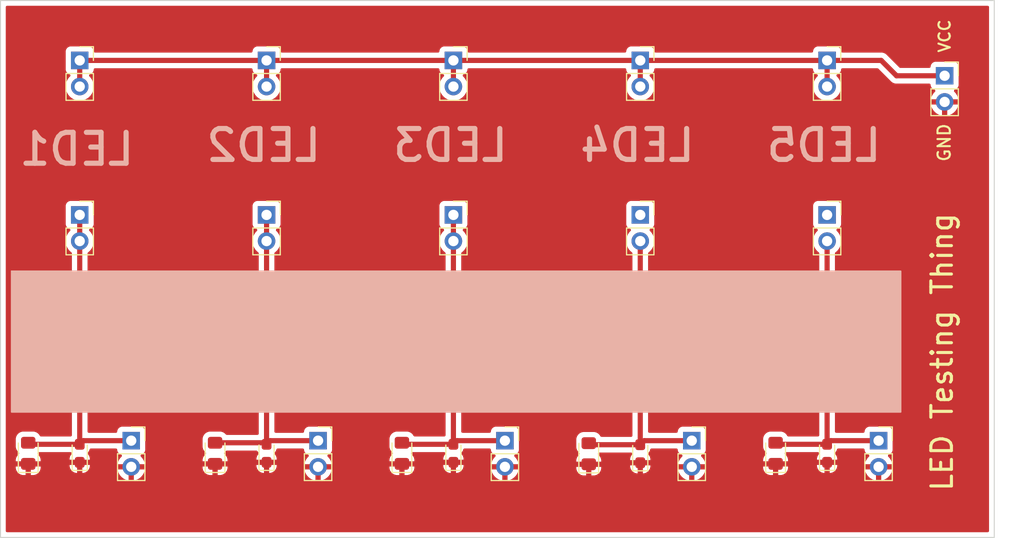
<source format=kicad_pcb>
(kicad_pcb (version 20211014) (generator pcbnew)
  (layers (0 "F.Cu" signal) (31 "B.Cu" signal) (34 "B.Paste" user) (35 "F.Paste" user) (36 "B.SilkS" user "B.Silkscreen") (37 "F.SilkS" user "F.Silkscreen") (38 "B.Mask" user) (39 "F.Mask" user) (44 "Edge.Cuts" user))
  (net 0 "")
  (net 1 "GND")
  (net 2 "/LED1")
  (net 3 "/LED2")
  (net 4 "/LED3")
  (net 5 "/LED4")
  (net 6 "/LED5")
  (net 7 "VCC")
  (footprint "LED_SMD:LED_0805_2012Metric_Pad1.15x1.40mm_HandSolder" (layer "F.Cu") (at 111.01 100.135 90)
    (fp_text reference "D1" hide)
    (fp_text value "LED")
    (fp_line (start -1.86 -0.96) (end -1.86 0.96) (layer "F.SilkS") (width 0.12))
    (fp_line (start 1 -0.96) (end -1.86 -0.96) (layer "F.SilkS") (width 0.12))
    (fp_line (start -1.86 0.96) (end 1 0.96) (layer "F.SilkS") (width 0.12))
    (pad "1" smd roundrect (at -1.025 0 90) (size 1.15 1.4) (layers "F.Cu" "F.Paste" "F.Mask") (roundrect_rratio 0.2173913043) (net 1 "GND"))
    (pad "2" smd roundrect (at 1.025 0 90) (size 1.15 1.4) (layers "F.Cu" "F.Paste" "F.Mask") (roundrect_rratio 0.2173913043) (net 2 "/LED1"))
  )
  (footprint "Connector_PinSocket_2.54mm:PinSocket_1x02_P2.54mm_Vertical" (layer "F.Cu") (at 170.43 76.99)
    (fp_text reference "J8" hide)
    (fp_text value "Conn_01x02_Female")
    (fp_line (start -1.33 1.27) (end 1.33 1.27) (layer "F.SilkS") (width 0.12))
    (fp_line (start -1.33 3.87) (end 1.33 3.87) (layer "F.SilkS") (width 0.12))
    (fp_line (start -1.33 1.27) (end -1.33 3.87) (layer "F.SilkS") (width 0.12))
    (fp_line (start 0 -1.33) (end 1.33 -1.33) (layer "F.SilkS") (width 0.12))
    (fp_line (start 1.33 1.27) (end 1.33 3.87) (layer "F.SilkS") (width 0.12))
    (fp_line (start 1.33 -1.33) (end 1.33 0) (layer "F.SilkS") (width 0.12))
    (pad "1" thru_hole rect (at 0 0) (size 1.7 1.7) (drill 1) (layers *.Cu *.Mask) (net 5 "/LED4"))
    (pad "2" thru_hole oval (at 0 2.54) (size 1.7 1.7) (drill 1) (layers *.Cu *.Mask) (net 5 "/LED4"))
  )
  (footprint "LED_SMD:LED_0805_2012Metric_Pad1.15x1.40mm_HandSolder" (layer "F.Cu") (at 147.29 100.135 90)
    (fp_text reference "D5" hide)
    (fp_text value "LED")
    (fp_line (start -1.86 0.96) (end 1 0.96) (layer "F.SilkS") (width 0.12))
    (fp_line (start -1.86 -0.96) (end -1.86 0.96) (layer "F.SilkS") (width 0.12))
    (fp_line (start 1 -0.96) (end -1.86 -0.96) (layer "F.SilkS") (width 0.12))
    (pad "1" smd roundrect (at -1.025 0 90) (size 1.15 1.4) (layers "F.Cu" "F.Paste" "F.Mask") (roundrect_rratio 0.2173913043) (net 1 "GND"))
    (pad "2" smd roundrect (at 1.025 0 90) (size 1.15 1.4) (layers "F.Cu" "F.Paste" "F.Mask") (roundrect_rratio 0.2173913043) (net 4 "/LED3"))
  )
  (footprint "LED_SMD:LED_0603_1608Metric_Pad1.05x0.95mm_HandSolder" (layer "F.Cu") (at 134.15 100.135 90)
    (fp_text reference "D4" hide)
    (fp_text value "LED")
    (fp_line (start -1.66 0.735) (end 0.8 0.735) (layer "F.SilkS") (width 0.12))
    (fp_line (start -1.66 -0.735) (end -1.66 0.735) (layer "F.SilkS") (width 0.12))
    (fp_line (start 0.8 -0.735) (end -1.66 -0.735) (layer "F.SilkS") (width 0.12))
    (pad "1" smd roundrect (at -0.875 0 90) (size 1.05 0.95) (layers "F.Cu" "F.Paste" "F.Mask") (net 1 "GND"))
    (pad "2" smd roundrect (at 0.875 0 90) (size 1.05 0.95) (layers "F.Cu" "F.Paste" "F.Mask") (net 3 "/LED2"))
  )
  (footprint "Connector_PinSocket_2.54mm:PinSocket_1x02_P2.54mm_Vertical" (layer "F.Cu") (at 139.15 98.9075)
    (fp_text reference "J12" hide)
    (fp_text value "Conn_01x02_Female")
    (fp_line (start -1.33 1.27) (end -1.33 3.87) (layer "F.SilkS") (width 0.12))
    (fp_line (start 1.33 1.27) (end 1.33 3.87) (layer "F.SilkS") (width 0.12))
    (fp_line (start 1.33 -1.33) (end 1.33 0) (layer "F.SilkS") (width 0.12))
    (fp_line (start -1.33 1.27) (end 1.33 1.27) (layer "F.SilkS") (width 0.12))
    (fp_line (start -1.33 3.87) (end 1.33 3.87) (layer "F.SilkS") (width 0.12))
    (fp_line (start 0 -1.33) (end 1.33 -1.33) (layer "F.SilkS") (width 0.12))
    (pad "1" thru_hole rect (at 0 0) (size 1.7 1.7) (drill 1) (layers *.Cu *.Mask) (net 3 "/LED2"))
    (pad "2" thru_hole oval (at 0 2.54) (size 1.7 1.7) (drill 1) (layers *.Cu *.Mask) (net 1 "GND"))
  )
  (footprint "Connector_PinSocket_2.54mm:PinSocket_1x02_P2.54mm_Vertical" (layer "F.Cu") (at 152.29 76.99)
    (fp_text reference "J6" hide)
    (fp_text value "Conn_01x02_Female")
    (fp_line (start -1.33 3.87) (end 1.33 3.87) (layer "F.SilkS") (width 0.12))
    (fp_line (start 1.33 1.27) (end 1.33 3.87) (layer "F.SilkS") (width 0.12))
    (fp_line (start -1.33 1.27) (end 1.33 1.27) (layer "F.SilkS") (width 0.12))
    (fp_line (start 1.33 -1.33) (end 1.33 0) (layer "F.SilkS") (width 0.12))
    (fp_line (start -1.33 1.27) (end -1.33 3.87) (layer "F.SilkS") (width 0.12))
    (fp_line (start 0 -1.33) (end 1.33 -1.33) (layer "F.SilkS") (width 0.12))
    (pad "1" thru_hole rect (at 0 0) (size 1.7 1.7) (drill 1) (layers *.Cu *.Mask) (net 4 "/LED3"))
    (pad "2" thru_hole oval (at 0 2.54) (size 1.7 1.7) (drill 1) (layers *.Cu *.Mask) (net 4 "/LED3"))
  )
  (footprint "LED_SMD:LED_0603_1608Metric_Pad1.05x0.95mm_HandSolder" (layer "F.Cu") (at 188.57 100.135 90)
    (fp_text reference "D10" hide)
    (fp_text value "LED")
    (fp_line (start -1.66 0.735) (end 0.8 0.735) (layer "F.SilkS") (width 0.12))
    (fp_line (start -1.66 -0.735) (end -1.66 0.735) (layer "F.SilkS") (width 0.12))
    (fp_line (start 0.8 -0.735) (end -1.66 -0.735) (layer "F.SilkS") (width 0.12))
    (pad "1" smd roundrect (at -0.875 0 90) (size 1.05 0.95) (layers "F.Cu" "F.Paste" "F.Mask") (net 1 "GND"))
    (pad "2" smd roundrect (at 0.875 0 90) (size 1.05 0.95) (layers "F.Cu" "F.Paste" "F.Mask") (net 6 "/LED5"))
  )
  (footprint "LED_SMD:LED_0603_1608Metric_Pad1.05x0.95mm_HandSolder" (layer "F.Cu") (at 170.43 100.175 90)
    (fp_text reference "D8" hide)
    (fp_text value "LED")
    (fp_line (start -1.66 0.735) (end 0.8 0.735) (layer "F.SilkS") (width 0.12))
    (fp_line (start -1.66 -0.735) (end -1.66 0.735) (layer "F.SilkS") (width 0.12))
    (fp_line (start 0.8 -0.735) (end -1.66 -0.735) (layer "F.SilkS") (width 0.12))
    (pad "1" smd roundrect (at -0.875 0 90) (size 1.05 0.95) (layers "F.Cu" "F.Paste" "F.Mask") (net 1 "GND"))
    (pad "2" smd roundrect (at 0.875 0 90) (size 1.05 0.95) (layers "F.Cu" "F.Paste" "F.Mask") (net 5 "/LED4"))
  )
  (footprint "Connector_PinSocket_2.54mm:PinSocket_1x02_P2.54mm_Vertical" (layer "F.Cu") (at 188.57 61.99)
    (fp_text reference "J9" hide)
    (fp_text value "Conn_01x02_Female")
    (fp_line (start 1.33 1.27) (end 1.33 3.87) (layer "F.SilkS") (width 0.12))
    (fp_line (start -1.33 1.27) (end 1.33 1.27) (layer "F.SilkS") (width 0.12))
    (fp_line (start 0 -1.33) (end 1.33 -1.33) (layer "F.SilkS") (width 0.12))
    (fp_line (start -1.33 3.87) (end 1.33 3.87) (layer "F.SilkS") (width 0.12))
    (fp_line (start -1.33 1.27) (end -1.33 3.87) (layer "F.SilkS") (width 0.12))
    (fp_line (start 1.33 -1.33) (end 1.33 0) (layer "F.SilkS") (width 0.12))
    (pad "1" thru_hole rect (at 0 0) (size 1.7 1.7) (drill 1) (layers *.Cu *.Mask) (net 7 "VCC"))
    (pad "2" thru_hole oval (at 0 2.54) (size 1.7 1.7) (drill 1) (layers *.Cu *.Mask) (net 7 "VCC"))
  )
  (footprint "Connector_PinSocket_2.54mm:PinSocket_1x02_P2.54mm_Vertical" (layer "F.Cu") (at 188.57 76.99)
    (fp_text reference "J10" hide)
    (fp_text value "Conn_01x02_Female")
    (fp_line (start -1.33 1.27) (end 1.33 1.27) (layer "F.SilkS") (width 0.12))
    (fp_line (start 1.33 1.27) (end 1.33 3.87) (layer "F.SilkS") (width 0.12))
    (fp_line (start -1.33 3.87) (end 1.33 3.87) (layer "F.SilkS") (width 0.12))
    (fp_line (start -1.33 1.27) (end -1.33 3.87) (layer "F.SilkS") (width 0.12))
    (fp_line (start 1.33 -1.33) (end 1.33 0) (layer "F.SilkS") (width 0.12))
    (fp_line (start 0 -1.33) (end 1.33 -1.33) (layer "F.SilkS") (width 0.12))
    (pad "1" thru_hole rect (at 0 0) (size 1.7 1.7) (drill 1) (layers *.Cu *.Mask) (net 6 "/LED5"))
    (pad "2" thru_hole oval (at 0 2.54) (size 1.7 1.7) (drill 1) (layers *.Cu *.Mask) (net 6 "/LED5"))
  )
  (footprint "LED_SMD:LED_0603_1608Metric_Pad1.05x0.95mm_HandSolder" (layer "F.Cu") (at 152.29 100.135 90)
    (fp_text reference "D6" hide)
    (fp_text value "LED")
    (fp_line (start -1.66 -0.735) (end -1.66 0.735) (layer "F.SilkS") (width 0.12))
    (fp_line (start -1.66 0.735) (end 0.8 0.735) (layer "F.SilkS") (width 0.12))
    (fp_line (start 0.8 -0.735) (end -1.66 -0.735) (layer "F.SilkS") (width 0.12))
    (pad "1" smd roundrect (at -0.875 0 90) (size 1.05 0.95) (layers "F.Cu" "F.Paste" "F.Mask") (net 1 "GND"))
    (pad "2" smd roundrect (at 0.875 0 90) (size 1.05 0.95) (layers "F.Cu" "F.Paste" "F.Mask") (net 4 "/LED3"))
  )
  (footprint "Connector_PinSocket_2.54mm:PinSocket_1x02_P2.54mm_Vertical" (layer "F.Cu") (at 116.01 76.99)
    (fp_text reference "J2" hide)
    (fp_text value "Conn_01x02_Female")
    (fp_line (start 1.33 1.27) (end 1.33 3.87) (layer "F.SilkS") (width 0.12))
    (fp_line (start -1.33 1.27) (end 1.33 1.27) (layer "F.SilkS") (width 0.12))
    (fp_line (start -1.33 3.87) (end 1.33 3.87) (layer "F.SilkS") (width 0.12))
    (fp_line (start 1.33 -1.33) (end 1.33 0) (layer "F.SilkS") (width 0.12))
    (fp_line (start -1.33 1.27) (end -1.33 3.87) (layer "F.SilkS") (width 0.12))
    (fp_line (start 0 -1.33) (end 1.33 -1.33) (layer "F.SilkS") (width 0.12))
    (pad "1" thru_hole rect (at 0 0) (size 1.7 1.7) (drill 1) (layers *.Cu *.Mask) (net 2 "/LED1"))
    (pad "2" thru_hole oval (at 0 2.54) (size 1.7 1.7) (drill 1) (layers *.Cu *.Mask) (net 2 "/LED1"))
  )
  (footprint "Connector_PinSocket_2.54mm:PinSocket_1x02_P2.54mm_Vertical" (layer "F.Cu") (at 175.43 98.9075)
    (fp_text reference "J14" hide)
    (fp_text value "Conn_01x02_Female")
    (fp_line (start -1.33 1.27) (end 1.33 1.27) (layer "F.SilkS") (width 0.12))
    (fp_line (start -1.33 1.27) (end -1.33 3.87) (layer "F.SilkS") (width 0.12))
    (fp_line (start -1.33 3.87) (end 1.33 3.87) (layer "F.SilkS") (width 0.12))
    (fp_line (start 0 -1.33) (end 1.33 -1.33) (layer "F.SilkS") (width 0.12))
    (fp_line (start 1.33 1.27) (end 1.33 3.87) (layer "F.SilkS") (width 0.12))
    (fp_line (start 1.33 -1.33) (end 1.33 0) (layer "F.SilkS") (width 0.12))
    (pad "1" thru_hole rect (at 0 0) (size 1.7 1.7) (drill 1) (layers *.Cu *.Mask) (net 5 "/LED4"))
    (pad "2" thru_hole oval (at 0 2.54) (size 1.7 1.7) (drill 1) (layers *.Cu *.Mask) (net 1 "GND"))
  )
  (footprint "Connector_PinSocket_2.54mm:PinSocket_1x02_P2.54mm_Vertical" (layer "F.Cu") (at 134.15 76.99)
    (fp_text reference "J4" hide)
    (fp_text value "Conn_01x02_Female")
    (fp_line (start -1.33 1.27) (end 1.33 1.27) (layer "F.SilkS") (width 0.12))
    (fp_line (start -1.33 1.27) (end -1.33 3.87) (layer "F.SilkS") (width 0.12))
    (fp_line (start 0 -1.33) (end 1.33 -1.33) (layer "F.SilkS") (width 0.12))
    (fp_line (start -1.33 3.87) (end 1.33 3.87) (layer "F.SilkS") (width 0.12))
    (fp_line (start 1.33 -1.33) (end 1.33 0) (layer "F.SilkS") (width 0.12))
    (fp_line (start 1.33 1.27) (end 1.33 3.87) (layer "F.SilkS") (width 0.12))
    (pad "1" thru_hole rect (at 0 0) (size 1.7 1.7) (drill 1) (layers *.Cu *.Mask) (net 3 "/LED2"))
    (pad "2" thru_hole oval (at 0 2.54) (size 1.7 1.7) (drill 1) (layers *.Cu *.Mask) (net 3 "/LED2"))
  )
  (footprint "LED_SMD:LED_0805_2012Metric_Pad1.15x1.40mm_HandSolder" (layer "F.Cu") (at 183.57 100.135 90)
    (fp_text reference "D9" hide)
    (fp_text value "LED")
    (fp_line (start 1 -0.96) (end -1.86 -0.96) (layer "F.SilkS") (width 0.12))
    (fp_line (start -1.86 0.96) (end 1 0.96) (layer "F.SilkS") (width 0.12))
    (fp_line (start -1.86 -0.96) (end -1.86 0.96) (layer "F.SilkS") (width 0.12))
    (pad "1" smd roundrect (at -1.025 0 90) (size 1.15 1.4) (layers "F.Cu" "F.Paste" "F.Mask") (roundrect_rratio 0.2173913043) (net 1 "GND"))
    (pad "2" smd roundrect (at 1.025 0 90) (size 1.15 1.4) (layers "F.Cu" "F.Paste" "F.Mask") (roundrect_rratio 0.2173913043) (net 6 "/LED5"))
  )
  (footprint "LED_SMD:LED_0805_2012Metric_Pad1.15x1.40mm_HandSolder" (layer "F.Cu") (at 165.43 100.175 90)
    (fp_text reference "D7" hide)
    (fp_text value "LED")
    (fp_line (start -1.86 0.96) (end 1 0.96) (layer "F.SilkS") (width 0.12))
    (fp_line (start -1.86 -0.96) (end -1.86 0.96) (layer "F.SilkS") (width 0.12))
    (fp_line (start 1 -0.96) (end -1.86 -0.96) (layer "F.SilkS") (width 0.12))
    (pad "1" smd roundrect (at -1.025 0 90) (size 1.15 1.4) (layers "F.Cu" "F.Paste" "F.Mask") (roundrect_rratio 0.2173913043) (net 1 "GND"))
    (pad "2" smd roundrect (at 1.025 0 90) (size 1.15 1.4) (layers "F.Cu" "F.Paste" "F.Mask") (roundrect_rratio 0.2173913043) (net 5 "/LED4"))
  )
  (footprint "Connector_PinSocket_2.54mm:PinSocket_1x02_P2.54mm_Vertical" (layer "F.Cu") (at 193.57 98.9075)
    (fp_text reference "J15" hide)
    (fp_text value "Conn_01x02_Female")
    (fp_line (start -1.33 3.87) (end 1.33 3.87) (layer "F.SilkS") (width 0.12))
    (fp_line (start 1.33 -1.33) (end 1.33 0) (layer "F.SilkS") (width 0.12))
    (fp_line (start -1.33 1.27) (end -1.33 3.87) (layer "F.SilkS") (width 0.12))
    (fp_line (start -1.33 1.27) (end 1.33 1.27) (layer "F.SilkS") (width 0.12))
    (fp_line (start 1.33 1.27) (end 1.33 3.87) (layer "F.SilkS") (width 0.12))
    (fp_line (start 0 -1.33) (end 1.33 -1.33) (layer "F.SilkS") (width 0.12))
    (pad "1" thru_hole rect (at 0 0) (size 1.7 1.7) (drill 1) (layers *.Cu *.Mask) (net 6 "/LED5"))
    (pad "2" thru_hole oval (at 0 2.54) (size 1.7 1.7) (drill 1) (layers *.Cu *.Mask) (net 1 "GND"))
  )
  (footprint "Connector_PinSocket_2.54mm:PinSocket_1x02_P2.54mm_Vertical" (layer "F.Cu") (at 157.29 98.9075)
    (fp_text reference "J13" hide)
    (fp_text value "Conn_01x02_Female")
    (fp_line (start -1.33 3.87) (end 1.33 3.87) (layer "F.SilkS") (width 0.12))
    (fp_line (start -1.33 1.27) (end 1.33 1.27) (layer "F.SilkS") (width 0.12))
    (fp_line (start 1.33 -1.33) (end 1.33 0) (layer "F.SilkS") (width 0.12))
    (fp_line (start 0 -1.33) (end 1.33 -1.33) (layer "F.SilkS") (width 0.12))
    (fp_line (start 1.33 1.27) (end 1.33 3.87) (layer "F.SilkS") (width 0.12))
    (fp_line (start -1.33 1.27) (end -1.33 3.87) (layer "F.SilkS") (width 0.12))
    (pad "1" thru_hole rect (at 0 0) (size 1.7 1.7) (drill 1) (layers *.Cu *.Mask) (net 4 "/LED3"))
    (pad "2" thru_hole oval (at 0 2.54) (size 1.7 1.7) (drill 1) (layers *.Cu *.Mask) (net 1 "GND"))
  )
  (footprint "Connector_PinSocket_2.54mm:PinSocket_1x02_P2.54mm_Vertical" (layer "F.Cu") (at 121.01 98.9075)
    (fp_text reference "J11" hide)
    (fp_text value "Conn_01x02_Female")
    (fp_line (start 1.33 -1.33) (end 1.33 0) (layer "F.SilkS") (width 0.12))
    (fp_line (start -1.33 1.27) (end -1.33 3.87) (layer "F.SilkS") (width 0.12))
    (fp_line (start 0 -1.33) (end 1.33 -1.33) (layer "F.SilkS") (width 0.12))
    (fp_line (start -1.33 1.27) (end 1.33 1.27) (layer "F.SilkS") (width 0.12))
    (fp_line (start 1.33 1.27) (end 1.33 3.87) (layer "F.SilkS") (width 0.12))
    (fp_line (start -1.33 3.87) (end 1.33 3.87) (layer "F.SilkS") (width 0.12))
    (pad "1" thru_hole rect (at 0 0) (size 1.7 1.7) (drill 1) (layers *.Cu *.Mask) (net 2 "/LED1"))
    (pad "2" thru_hole oval (at 0 2.54) (size 1.7 1.7) (drill 1) (layers *.Cu *.Mask) (net 1 "GND"))
  )
  (footprint "Connector_PinSocket_2.54mm:PinSocket_1x02_P2.54mm_Vertical" (layer "F.Cu") (at 116.01 61.99)
    (fp_text reference "J1" hide)
    (fp_text value "Conn_01x02_Female")
    (fp_line (start 1.33 -1.33) (end 1.33 0) (layer "F.SilkS") (width 0.12))
    (fp_line (start -1.33 1.27) (end -1.33 3.87) (layer "F.SilkS") (width 0.12))
    (fp_line (start 1.33 1.27) (end 1.33 3.87) (layer "F.SilkS") (width 0.12))
    (fp_line (start 0 -1.33) (end 1.33 -1.33) (layer "F.SilkS") (width 0.12))
    (fp_line (start -1.33 1.27) (end 1.33 1.27) (layer "F.SilkS") (width 0.12))
    (fp_line (start -1.33 3.87) (end 1.33 3.87) (layer "F.SilkS") (width 0.12))
    (pad "1" thru_hole rect (at 0 0) (size 1.7 1.7) (drill 1) (layers *.Cu *.Mask) (net 7 "VCC"))
    (pad "2" thru_hole oval (at 0 2.54) (size 1.7 1.7) (drill 1) (layers *.Cu *.Mask) (net 7 "VCC"))
  )
  (footprint "Connector_PinSocket_2.54mm:PinSocket_1x02_P2.54mm_Vertical" (layer "F.Cu") (at 199.98 63.48)
    (fp_text reference "J16" hide)
    (fp_text value "Conn_01x02_Female")
    (fp_line (start -1.33 1.27) (end -1.33 3.87) (layer "F.SilkS") (width 0.12))
    (fp_line (start -1.33 1.27) (end 1.33 1.27) (layer "F.SilkS") (width 0.12))
    (fp_line (start 1.33 -1.33) (end 1.33 0) (layer "F.SilkS") (width 0.12))
    (fp_line (start -1.33 3.87) (end 1.33 3.87) (layer "F.SilkS") (width 0.12))
    (fp_line (start 0 -1.33) (end 1.33 -1.33) (layer "F.SilkS") (width 0.12))
    (fp_line (start 1.33 1.27) (end 1.33 3.87) (layer "F.SilkS") (width 0.12))
    (pad "1" thru_hole rect (at 0 0) (size 1.7 1.7) (drill 1) (layers *.Cu *.Mask) (net 7 "VCC"))
    (pad "2" thru_hole oval (at 0 2.54) (size 1.7 1.7) (drill 1) (layers *.Cu *.Mask) (net 1 "GND"))
  )
  (footprint "LED_SMD:LED_0805_2012Metric_Pad1.15x1.40mm_HandSolder" (layer "F.Cu") (at 129.15 100.135 90)
    (fp_text reference "D3" hide)
    (fp_text value "LED")
    (fp_line (start 1 -0.96) (end -1.86 -0.96) (layer "F.SilkS") (width 0.12))
    (fp_line (start -1.86 0.96) (end 1 0.96) (layer "F.SilkS") (width 0.12))
    (fp_line (start -1.86 -0.96) (end -1.86 0.96) (layer "F.SilkS") (width 0.12))
    (pad "1" smd roundrect (at -1.025 0 90) (size 1.15 1.4) (layers "F.Cu" "F.Paste" "F.Mask") (roundrect_rratio 0.2173913043) (net 1 "GND"))
    (pad "2" smd roundrect (at 1.025 0 90) (size 1.15 1.4) (layers "F.Cu" "F.Paste" "F.Mask") (roundrect_rratio 0.2173913043) (net 3 "/LED2"))
  )
  (footprint "Connector_PinSocket_2.54mm:PinSocket_1x02_P2.54mm_Vertical" (layer "F.Cu") (at 134.15 61.99)
    (fp_text reference "J3" hide)
    (fp_text value "Conn_01x02_Female")
    (fp_line (start -1.33 1.27) (end 1.33 1.27) (layer "F.SilkS") (width 0.12))
    (fp_line (start 1.33 -1.33) (end 1.33 0) (layer "F.SilkS") (width 0.12))
    (fp_line (start -1.33 3.87) (end 1.33 3.87) (layer "F.SilkS") (width 0.12))
    (fp_line (start -1.33 1.27) (end -1.33 3.87) (layer "F.SilkS") (width 0.12))
    (fp_line (start 1.33 1.27) (end 1.33 3.87) (layer "F.SilkS") (width 0.12))
    (fp_line (start 0 -1.33) (end 1.33 -1.33) (layer "F.SilkS") (width 0.12))
    (pad "1" thru_hole rect (at 0 0) (size 1.7 1.7) (drill 1) (layers *.Cu *.Mask) (net 7 "VCC"))
    (pad "2" thru_hole oval (at 0 2.54) (size 1.7 1.7) (drill 1) (layers *.Cu *.Mask) (net 7 "VCC"))
  )
  (footprint "Connector_PinSocket_2.54mm:PinSocket_1x02_P2.54mm_Vertical" (layer "F.Cu") (at 152.29 61.99)
    (fp_text reference "J5" hide)
    (fp_text value "Conn_01x02_Female")
    (fp_line (start -1.33 1.27) (end -1.33 3.87) (layer "F.SilkS") (width 0.12))
    (fp_line (start -1.33 1.27) (end 1.33 1.27) (layer "F.SilkS") (width 0.12))
    (fp_line (start 0 -1.33) (end 1.33 -1.33) (layer "F.SilkS") (width 0.12))
    (fp_line (start 1.33 -1.33) (end 1.33 0) (layer "F.SilkS") (width 0.12))
    (fp_line (start 1.33 1.27) (end 1.33 3.87) (layer "F.SilkS") (width 0.12))
    (fp_line (start -1.33 3.87) (end 1.33 3.87) (layer "F.SilkS") (width 0.12))
    (pad "1" thru_hole rect (at 0 0) (size 1.7 1.7) (drill 1) (layers *.Cu *.Mask) (net 7 "VCC"))
    (pad "2" thru_hole oval (at 0 2.54) (size 1.7 1.7) (drill 1) (layers *.Cu *.Mask) (net 7 "VCC"))
  )
  (footprint "LED_SMD:LED_0603_1608Metric_Pad1.05x0.95mm_HandSolder" (layer "F.Cu") (at 116.01 100.135 90)
    (fp_text reference "D2" hide)
    (fp_text value "LED")
    (fp_line (start 0.8 -0.735) (end -1.66 -0.735) (layer "F.SilkS") (width 0.12))
    (fp_line (start -1.66 0.735) (end 0.8 0.735) (layer "F.SilkS") (width 0.12))
    (fp_line (start -1.66 -0.735) (end -1.66 0.735) (layer "F.SilkS") (width 0.12))
    (pad "1" smd roundrect (at -0.875 0 90) (size 1.05 0.95) (layers "F.Cu" "F.Paste" "F.Mask") (net 1 "GND"))
    (pad "2" smd roundrect (at 0.875 0 90) (size 1.05 0.95) (layers "F.Cu" "F.Paste" "F.Mask") (net 2 "/LED1"))
  )
  (footprint "Connector_PinSocket_2.54mm:PinSocket_1x02_P2.54mm_Vertical" (layer "F.Cu") (at 170.43 61.99)
    (fp_text reference "J7" hide)
    (fp_text value "Conn_01x02_Female")
    (fp_line (start -1.33 1.27) (end 1.33 1.27) (layer "F.SilkS") (width 0.12))
    (fp_line (start 1.33 -1.33) (end 1.33 0) (layer "F.SilkS") (width 0.12))
    (fp_line (start 1.33 1.27) (end 1.33 3.87) (layer "F.SilkS") (width 0.12))
    (fp_line (start -1.33 3.87) (end 1.33 3.87) (layer "F.SilkS") (width 0.12))
    (fp_line (start -1.33 1.27) (end -1.33 3.87) (layer "F.SilkS") (width 0.12))
    (fp_line (start 0 -1.33) (end 1.33 -1.33) (layer "F.SilkS") (width 0.12))
    (pad "1" thru_hole rect (at 0 0) (size 1.7 1.7) (drill 1) (layers *.Cu *.Mask) (net 7 "VCC"))
    (pad "2" thru_hole oval (at 0 2.54) (size 1.7 1.7) (drill 1) (layers *.Cu *.Mask) (net 7 "VCC"))
  )
  (gr_rect (start 109.4 82.46) (end 195.71 96.12) (layer "B.SilkS") (width 0.15) (fill solid))
  (gr_rect (start 108.32 56.175) (end 204.8 108.305) (layer "Edge.Cuts") (width 0.1) (fill none))
  (gr_text "LED1" (at 115.7275 70.61) (layer "B.SilkS") (effects (font (size 3 3) (thickness 0.5)) (justify mirror)))
  (gr_text "LED5" (at 188.2625 70.24) (layer "B.SilkS") (effects (font (size 3 3) (thickness 0.5)) (justify mirror)))
  (gr_text "LED2" (at 133.8675 70.24) (layer "B.SilkS") (effects (font (size 3 3) (thickness 0.5)) (justify mirror)))
  (gr_text "LED4" (at 170.1475 70.24) (layer "B.SilkS") (effects (font (size 3 3) (thickness 0.5)) (justify mirror)))
  (gr_text "LED3" (at 152.0075 70.24) (layer "B.SilkS") (effects (font (size 3 3) (thickness 0.5)) (justify mirror)))
  (gr_text "LED3" (at 152.29 89.75) (layer "F.SilkS") (effects (font (size 3 3) (thickness 0.5))))
  (gr_text "VCC" (at 199.98 59.62 90) (layer "F.SilkS") (effects (font (size 1.1 1.1) (thickness 0.2))))
  (gr_text "LED1" (at 116.01 89.75) (layer "F.SilkS") (effects (font (size 3 3) (thickness 0.5))))
  (gr_text "GND" (at 199.94 69.97 90) (layer "F.SilkS") (effects (font (size 1.2 1.2) (thickness 0.2))))
  (gr_text "LED5" (at 188.545 89.75) (layer "F.SilkS") (effects (font (size 3 3) (thickness 0.5))))
  (gr_text "LED4" (at 170.43 89.75) (layer "F.SilkS") (effects (font (size 3 3) (thickness 0.5))))
  (gr_text "LED Testing Thing" (at 199.73 90.3 90) (layer "F.SilkS") (effects (font (size 2 2) (thickness 0.3))))
  (gr_text "LED2" (at 134.15 89.75) (layer "F.SilkS") (effects (font (size 3 3) (thickness 0.5))))
  (segment (start 116.3625 98.9075) (end 116.01 99.26) (width 0.5) (layer "F.Cu") (net 2))
  (segment (start 116.01 76.99) (end 116.01 79.53) (width 0.5) (layer "F.Cu") (net 2))
  (segment (start 121.01 98.9075) (end 116.3625 98.9075) (width 0.5) (layer "F.Cu") (net 2))
  (segment (start 116.01 79.53) (end 116.01 99.26) (width 0.5) (layer "F.Cu") (net 2))
  (segment (start 116.01 99.26) (end 111.16 99.26) (width 0.5) (layer "F.Cu") (net 2))
  (segment (start 111.16 99.26) (end 111.01 99.11) (width 0.5) (layer "F.Cu") (net 2))
  (segment (start 134 99.11) (end 134.15 99.26) (width 0.5) (layer "F.Cu") (net 3))
  (segment (start 139.15 98.9075) (end 134.5025 98.9075) (width 0.5) (layer "F.Cu") (net 3))
  (segment (start 134.5025 98.9075) (end 134.15 99.26) (width 0.5) (layer "F.Cu") (net 3))
  (segment (start 134.15 76.99) (end 134.15 79.53) (width 0.5) (layer "F.Cu") (net 3))
  (segment (start 129.15 99.11) (end 134 99.11) (width 0.5) (layer "F.Cu") (net 3))
  (segment (start 134.15 99.26) (end 134.15 79.53) (width 0.5) (layer "F.Cu") (net 3))
  (segment (start 157.29 98.9075) (end 152.6425 98.9075) (width 0.5) (layer "F.Cu") (net 4))
  (segment (start 152.6425 98.9075) (end 152.29 99.26) (width 0.5) (layer "F.Cu") (net 4))
  (segment (start 147.44 99.26) (end 147.29 99.11) (width 0.5) (layer "F.Cu") (net 4))
  (segment (start 152.29 76.99) (end 152.29 79.53) (width 0.5) (layer "F.Cu") (net 4))
  (segment (start 152.29 99.26) (end 147.44 99.26) (width 0.5) (layer "F.Cu") (net 4))
  (segment (start 152.29 79.53) (end 152.29 99.26) (width 0.5) (layer "F.Cu") (net 4))
  (segment (start 170.43 79.53) (end 170.43 99.3) (width 0.5) (layer "F.Cu") (net 5))
  (segment (start 165.58 99.3) (end 165.43 99.15) (width 0.5) (layer "F.Cu") (net 5))
  (segment (start 175.43 98.9075) (end 170.8225 98.9075) (width 0.5) (layer "F.Cu") (net 5))
  (segment (start 170.43 99.3) (end 165.58 99.3) (width 0.5) (layer "F.Cu") (net 5))
  (segment (start 170.8225 98.9075) (end 170.43 99.3) (width 0.5) (layer "F.Cu") (net 5))
  (segment (start 188.57 99.26) (end 183.72 99.26) (width 0.5) (layer "F.Cu") (net 6))
  (segment (start 193.57 98.9075) (end 188.9225 98.9075) (width 0.5) (layer "F.Cu") (net 6))
  (segment (start 188.9225 98.9075) (end 188.57 99.26) (width 0.5) (layer "F.Cu") (net 6))
  (segment (start 188.57 79.53) (end 188.57 99.26) (width 0.5) (layer "F.Cu") (net 6))
  (segment (start 183.72 99.26) (end 183.57 99.11) (width 0.5) (layer "F.Cu") (net 6))
  (segment (start 195.31 63.48) (end 193.82 61.99) (width 0.5) (layer "F.Cu") (net 7))
  (segment (start 152.29 61.99) (end 134.15 61.99) (width 0.5) (layer "F.Cu") (net 7))
  (segment (start 134.15 64.53) (end 134.15 61.99) (width 0.5) (layer "F.Cu") (net 7))
  (segment (start 152.29 64.53) (end 152.29 61.99) (width 0.5) (layer "F.Cu") (net 7))
  (segment (start 170.43 64.53) (end 170.43 61.99) (width 0.5) (layer "F.Cu") (net 7))
  (segment (start 199.93 63.43) (end 199.98 63.48) (width 0.5) (layer "F.Cu") (net 7))
  (segment (start 188.57 61.99) (end 170.43 61.99) (width 0.5) (layer "F.Cu") (net 7))
  (segment (start 134.15 61.99) (end 116.01 61.99) (width 0.5) (layer "F.Cu") (net 7))
  (segment (start 170.43 61.99) (end 152.29 61.99) (width 0.5) (layer "F.Cu") (net 7))
  (segment (start 199.98 63.48) (end 195.31 63.48) (width 0.5) (layer "F.Cu") (net 7))
  (segment (start 188.57 64.53) (end 188.57 61.99) (width 0.5) (layer "F.Cu") (net 7))
  (segment (start 116.01 64.53) (end 116.01 61.99) (width 0.5) (layer "F.Cu") (net 7))
  (segment (start 193.82 61.99) (end 188.57 61.99) (width 0.5) (layer "F.Cu") (net 7))
  (zone (net 1) (net_name "GND") (layer "F.Cu") (connect_pads (clearance 0.508)) (min_thickness 0.254) (fill yes (thermal_gap 0.508) (thermal_bridge_width 0.508))
    (polygon (pts (xy 204.8 56.19) (xy 204.8 108.31) (xy 108.32 108.3) (xy 108.32 56.18)))
  )
)
</source>
